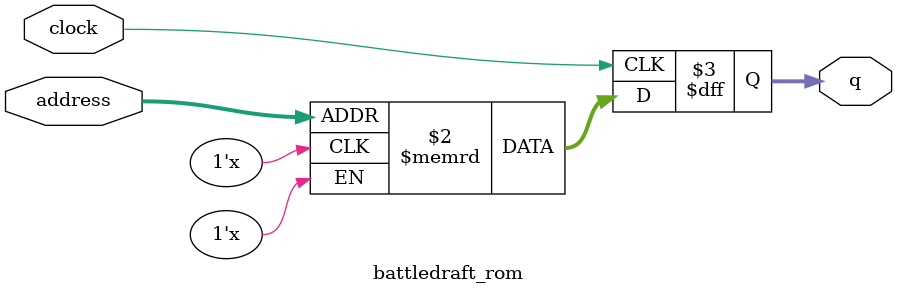
<source format=sv>
module battledraft_rom (
	input logic clock,
	input logic [17:0] address,
	output logic [3:0] q
);

logic [3:0] memory [0:153599] /* synthesis ram_init_file = "./battledraft/battledraft.mif" */;

always_ff @ (posedge clock) begin
	q <= memory[address];
end

endmodule

</source>
